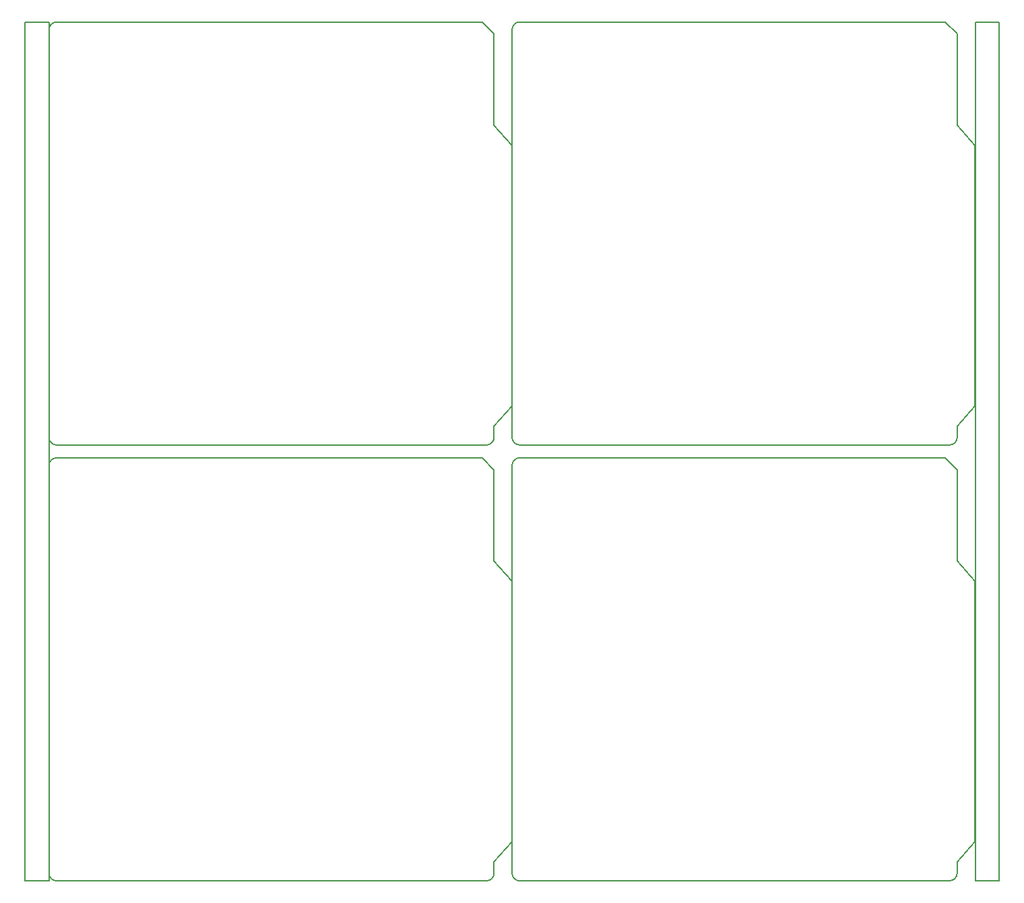
<source format=gbr>
G04 #@! TF.GenerationSoftware,KiCad,Pcbnew,(5.1.9)-1*
G04 #@! TF.CreationDate,2021-12-14T12:04:27+08:00*
G04 #@! TF.ProjectId,ArduinoSensorBoard,41726475-696e-46f5-9365-6e736f72426f,rev?*
G04 #@! TF.SameCoordinates,Original*
G04 #@! TF.FileFunction,Profile,NP*
%FSLAX46Y46*%
G04 Gerber Fmt 4.6, Leading zero omitted, Abs format (unit mm)*
G04 Created by KiCad (PCBNEW (5.1.9)-1) date 2021-12-14 12:04:27*
%MOMM*%
%LPD*%
G01*
G04 APERTURE LIST*
G04 #@! TA.AperFunction,Profile*
%ADD10C,0.150000*%
G04 #@! TD*
G04 APERTURE END LIST*
D10*
X65150000Y-157000000D02*
X62150000Y-157000000D01*
X181600000Y-157000000D02*
X184600000Y-157000000D01*
X181600000Y-49000000D02*
X181600000Y-157000000D01*
X181600000Y-64550000D02*
X181600000Y-97310000D01*
X124350000Y-49000000D02*
X177810000Y-49000000D01*
X177810000Y-49000000D02*
X179310000Y-50500000D01*
X179310000Y-50500000D02*
X179310000Y-62000000D01*
X179310000Y-62000000D02*
X181550000Y-64550000D01*
X123350000Y-101200000D02*
G75*
G03*
X124350000Y-102200000I1000000J0D01*
G01*
X123350000Y-101200000D02*
X123350000Y-50000000D01*
X178310000Y-102200000D02*
X124350000Y-102200000D01*
X179310000Y-99850000D02*
X181550000Y-97310000D01*
X179310000Y-101200000D02*
X179310000Y-99850000D01*
X178310000Y-102200000D02*
G75*
G03*
X179310000Y-101200000I0J1000000D01*
G01*
X124350000Y-103800000D02*
X177810000Y-103800000D01*
X177810000Y-103800000D02*
X179310000Y-105300000D01*
X179310000Y-105300000D02*
X179310000Y-116800000D01*
X179310000Y-116800000D02*
X181550000Y-119350000D01*
X123350000Y-156000000D02*
X123350000Y-104800000D01*
X124350000Y-103800000D02*
G75*
G03*
X123350000Y-104800000I0J-1000000D01*
G01*
X178310000Y-157000000D02*
X124350000Y-157000000D01*
X123350000Y-156000000D02*
G75*
G03*
X124350000Y-157000000I1000000J0D01*
G01*
X124350000Y-49000000D02*
G75*
G03*
X123350000Y-50000000I0J-1000000D01*
G01*
X123350000Y-64550000D02*
X123350000Y-97310000D01*
X181550000Y-64550000D02*
X181550000Y-97310000D01*
X120110000Y-157000000D02*
X66150000Y-157000000D01*
X123350000Y-119350000D02*
X123350000Y-152110000D01*
X65150000Y-156000000D02*
X65150000Y-104800000D01*
X66150000Y-103800000D02*
X119610000Y-103800000D01*
X121110000Y-116800000D02*
X123350000Y-119350000D01*
X119610000Y-103800000D02*
X121110000Y-105300000D01*
X66150000Y-103800000D02*
G75*
G03*
X65150000Y-104800000I0J-1000000D01*
G01*
X65150000Y-156000000D02*
G75*
G03*
X66150000Y-157000000I1000000J0D01*
G01*
X121110000Y-105300000D02*
X121110000Y-116800000D01*
X121110000Y-154650000D02*
X123350000Y-152110000D01*
X120110000Y-157000000D02*
G75*
G03*
X121110000Y-156000000I0J1000000D01*
G01*
X121110000Y-156000000D02*
X121110000Y-154650000D01*
X181550000Y-119350000D02*
X181550000Y-152110000D01*
X179310000Y-154650000D02*
X181550000Y-152110000D01*
X178310000Y-157000000D02*
G75*
G03*
X179310000Y-156000000I0J1000000D01*
G01*
X179310000Y-156000000D02*
X179310000Y-154650000D01*
X184600000Y-157000000D02*
X184600000Y-49000000D01*
X184600000Y-49000000D02*
X181600000Y-49000000D01*
X62150000Y-49000000D02*
X62150000Y-157000000D01*
X65150000Y-157000000D02*
X65150000Y-49000000D01*
X65150000Y-49000000D02*
X62150000Y-49000000D01*
X120110000Y-102200000D02*
X66150000Y-102200000D01*
X65150000Y-101200000D02*
X65150000Y-50000000D01*
X66150000Y-49000000D02*
X119610000Y-49000000D01*
X121110000Y-62000000D02*
X123350000Y-64550000D01*
X119610000Y-49000000D02*
X121110000Y-50500000D01*
X66150000Y-49000000D02*
G75*
G03*
X65150000Y-50000000I0J-1000000D01*
G01*
X65150000Y-101200000D02*
G75*
G03*
X66150000Y-102200000I1000000J0D01*
G01*
X121110000Y-50500000D02*
X121110000Y-62000000D01*
X121110000Y-99850000D02*
X123350000Y-97310000D01*
X120110000Y-102200000D02*
G75*
G03*
X121110000Y-101200000I0J1000000D01*
G01*
X121110000Y-101200000D02*
X121110000Y-99850000D01*
M02*

</source>
